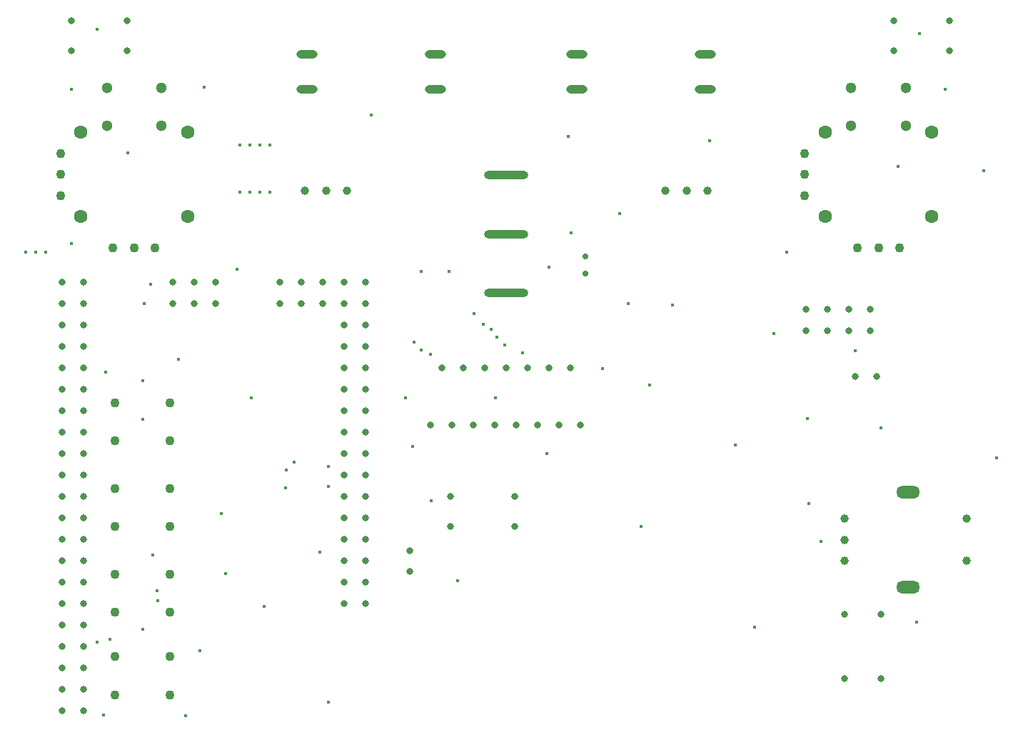
<source format=gbr>
%TF.GenerationSoftware,KiCad,Pcbnew,7.0.8*%
%TF.CreationDate,2023-11-22T02:38:07-05:00*%
%TF.ProjectId,RCTransmitterAecertRobotics,52435472-616e-4736-9d69-747465724165,rev?*%
%TF.SameCoordinates,Original*%
%TF.FileFunction,Plated,1,2,PTH,Mixed*%
%TF.FilePolarity,Positive*%
%FSLAX46Y46*%
G04 Gerber Fmt 4.6, Leading zero omitted, Abs format (unit mm)*
G04 Created by KiCad (PCBNEW 7.0.8) date 2023-11-22 02:38:07*
%MOMM*%
%LPD*%
G01*
G04 APERTURE LIST*
%TA.AperFunction,ViaDrill*%
%ADD10C,0.400000*%
%TD*%
%TA.AperFunction,ComponentDrill*%
%ADD11C,0.700000*%
%TD*%
%TA.AperFunction,ComponentDrill*%
%ADD12C,0.800000*%
%TD*%
%TA.AperFunction,ComponentDrill*%
%ADD13C,1.000000*%
%TD*%
G04 aperture for slot hole*
%TA.AperFunction,ComponentDrill*%
%ADD14O,2.500000X1.000000*%
%TD*%
G04 aperture for slot hole*
%TA.AperFunction,ComponentDrill*%
%ADD15O,5.250000X1.000000*%
%TD*%
%TA.AperFunction,ComponentDrill*%
%ADD16C,1.100000*%
%TD*%
%TA.AperFunction,ComponentDrill*%
%ADD17C,1.300000*%
%TD*%
G04 aperture for slot hole*
%TA.AperFunction,ComponentDrill*%
%ADD18O,2.800000X1.500000*%
%TD*%
%TA.AperFunction,ComponentDrill*%
%ADD19C,1.600000*%
%TD*%
G04 APERTURE END LIST*
D10*
X84010994Y-85344000D03*
X85185497Y-85344000D03*
X86360000Y-85344000D03*
X89408000Y-66040000D03*
X89408000Y-84328000D03*
X92456000Y-58928000D03*
X92456000Y-131572000D03*
X93218000Y-140208000D03*
X93472000Y-99568000D03*
X93974276Y-131266266D03*
X96092572Y-73528443D03*
X97889000Y-100584000D03*
X97889000Y-105156000D03*
X97889000Y-130048000D03*
X98044000Y-91440000D03*
X98806000Y-89154000D03*
X99060000Y-121271285D03*
X99568000Y-125476000D03*
X99597535Y-126650131D03*
X102108000Y-98044000D03*
X102929041Y-140295973D03*
X104648000Y-132588000D03*
X105156000Y-65786000D03*
X107188000Y-116332000D03*
X107696000Y-123444000D03*
X109012500Y-87376000D03*
X109410996Y-78231539D03*
X109411038Y-72654093D03*
X110585497Y-72644000D03*
X110585498Y-78233248D03*
X110744000Y-102616000D03*
X111760000Y-72644000D03*
X111760000Y-78232000D03*
X112268000Y-127329500D03*
X112934503Y-78232000D03*
X112938728Y-72644000D03*
X114808000Y-113284000D03*
X114900688Y-111159312D03*
X115824000Y-110236000D03*
X118872000Y-120904000D03*
X119888000Y-110726888D03*
X119888000Y-113135479D03*
X119888000Y-138684000D03*
X124968000Y-69088000D03*
X129032000Y-102616000D03*
X129820556Y-108337148D03*
X130048000Y-96012000D03*
X130850000Y-87590000D03*
X130872180Y-96945918D03*
X131951976Y-97407976D03*
X132080000Y-114808000D03*
X134199500Y-87590000D03*
X135200919Y-124257127D03*
X137160000Y-92622500D03*
X138251968Y-93870873D03*
X139192000Y-94488000D03*
X139700000Y-102616000D03*
X139809127Y-95428032D03*
X140750331Y-96369500D03*
X142902968Y-97251592D03*
X145796000Y-109220000D03*
X146050000Y-87122000D03*
X148336000Y-71628000D03*
X148634307Y-83013693D03*
X152408340Y-99168500D03*
X154432000Y-80772000D03*
X155448000Y-91440000D03*
X156972000Y-117856000D03*
X157988000Y-101092000D03*
X160689312Y-91601312D03*
X165100000Y-72136000D03*
X168148000Y-108204000D03*
X170434000Y-129794000D03*
X172720000Y-94996000D03*
X174244000Y-85344000D03*
X176691312Y-105063312D03*
X176812349Y-115149500D03*
X178308000Y-119634000D03*
X182372000Y-97028000D03*
X185420000Y-106172000D03*
X187452000Y-75184000D03*
X189594180Y-129195269D03*
X189992000Y-59436000D03*
X193040000Y-66040000D03*
X197612000Y-75692000D03*
X199136000Y-109728000D03*
D11*
%TO.C,JST_Connector1*%
X150368000Y-85852000D03*
X150368000Y-87852000D03*
D12*
%TO.C,Arduino_Mega_Pro1*%
X88265000Y-88900000D03*
X88265000Y-91440000D03*
X88265000Y-93980000D03*
X88265000Y-96520000D03*
X88265000Y-99060000D03*
X88265000Y-101600000D03*
X88265000Y-104140000D03*
X88265000Y-106680000D03*
X88265000Y-109220000D03*
X88265000Y-111760000D03*
X88265000Y-114300000D03*
X88265000Y-116840000D03*
X88265000Y-119380000D03*
X88265000Y-121920000D03*
X88265000Y-124460000D03*
X88265000Y-127000000D03*
X88265000Y-129540000D03*
X88265000Y-132080000D03*
X88265000Y-134620000D03*
X88265000Y-137160000D03*
X88265000Y-139700000D03*
%TO.C,Bumper1*%
X89408000Y-57912000D03*
X89408000Y-61468000D03*
%TO.C,Arduino_Mega_Pro1*%
X90805000Y-88900000D03*
X90805000Y-91440000D03*
X90805000Y-93980000D03*
X90805000Y-96520000D03*
X90805000Y-99060000D03*
X90805000Y-101600000D03*
X90805000Y-104140000D03*
X90805000Y-106680000D03*
X90805000Y-109220000D03*
X90805000Y-111760000D03*
X90805000Y-114300000D03*
X90805000Y-116840000D03*
X90805000Y-119380000D03*
X90805000Y-121920000D03*
X90805000Y-124460000D03*
X90805000Y-127000000D03*
X90805000Y-129540000D03*
X90805000Y-132080000D03*
X90805000Y-134620000D03*
X90805000Y-137160000D03*
X90805000Y-139700000D03*
%TO.C,Bumper2*%
X96012000Y-57912000D03*
X96012000Y-61468000D03*
%TO.C,Arduino_Mega_Pro1*%
X101400000Y-88900000D03*
X101400000Y-91440000D03*
X103940000Y-88900000D03*
X103940000Y-91440000D03*
X106480000Y-88900000D03*
X106480000Y-91440000D03*
X114100000Y-88900000D03*
X114100000Y-91440000D03*
X116640000Y-88900000D03*
X116640000Y-91440000D03*
X119180000Y-88900000D03*
X119180000Y-91440000D03*
X121720000Y-88900000D03*
X121720000Y-91440000D03*
X121720000Y-93980000D03*
X121720000Y-96520000D03*
X121720000Y-99060000D03*
X121720000Y-101600000D03*
X121720000Y-104140000D03*
X121720000Y-106680000D03*
X121720000Y-109220000D03*
X121720000Y-111760000D03*
X121720000Y-114300000D03*
X121720000Y-116840000D03*
X121720000Y-119380000D03*
X121720000Y-121920000D03*
X121720000Y-124460000D03*
X121720000Y-127000000D03*
X124260000Y-88900000D03*
X124260000Y-91440000D03*
X124260000Y-93980000D03*
X124260000Y-96520000D03*
X124260000Y-99060000D03*
X124260000Y-101600000D03*
X124260000Y-104140000D03*
X124260000Y-106680000D03*
X124260000Y-109220000D03*
X124260000Y-111760000D03*
X124260000Y-114300000D03*
X124260000Y-116840000D03*
X124260000Y-119380000D03*
X124260000Y-121920000D03*
X124260000Y-124460000D03*
X124260000Y-127000000D03*
%TO.C,C2*%
X129540000Y-120714888D03*
X129540000Y-123214888D03*
%TO.C,Gyroscope1*%
X132009454Y-105816523D03*
%TO.C,OLED_LCD_Display1*%
X133350000Y-99060000D03*
%TO.C,R1*%
X134366000Y-114300000D03*
%TO.C,R2*%
X134366000Y-117856000D03*
%TO.C,Gyroscope1*%
X134549454Y-105816523D03*
%TO.C,OLED_LCD_Display1*%
X135890000Y-99060000D03*
%TO.C,Gyroscope1*%
X137089454Y-105816523D03*
%TO.C,OLED_LCD_Display1*%
X138430000Y-99060000D03*
%TO.C,Gyroscope1*%
X139629454Y-105816523D03*
%TO.C,OLED_LCD_Display1*%
X140970000Y-99060000D03*
%TO.C,R1*%
X141986000Y-114300000D03*
%TO.C,R2*%
X141986000Y-117856000D03*
%TO.C,Gyroscope1*%
X142169454Y-105816523D03*
%TO.C,OLED_LCD_Display1*%
X143510000Y-99060000D03*
%TO.C,Gyroscope1*%
X144709454Y-105816523D03*
%TO.C,OLED_LCD_Display1*%
X146050000Y-99060000D03*
%TO.C,Gyroscope1*%
X147249454Y-105816523D03*
%TO.C,OLED_LCD_Display1*%
X148590000Y-99060000D03*
%TO.C,Gyroscope1*%
X149789454Y-105816523D03*
%TO.C,NRF24*%
X176530000Y-92075000D03*
X176530000Y-94615000D03*
X179070000Y-92075000D03*
X179070000Y-94615000D03*
%TO.C,R4*%
X181102000Y-128270000D03*
X181102000Y-135890000D03*
%TO.C,NRF24*%
X181610000Y-92075000D03*
X181610000Y-94615000D03*
%TO.C,C1*%
X182372000Y-100076000D03*
%TO.C,NRF24*%
X184150000Y-92075000D03*
X184150000Y-94615000D03*
%TO.C,C1*%
X184872000Y-100076000D03*
%TO.C,R3*%
X185420000Y-128270000D03*
X185420000Y-135890000D03*
%TO.C,Bumper3*%
X186944000Y-57912000D03*
X186944000Y-61468000D03*
%TO.C,Bumper4*%
X193548000Y-57912000D03*
X193548000Y-61468000D03*
D13*
%TO.C,Pot1*%
X117100000Y-78090000D03*
D14*
%TO.C,Toggle1*%
X117348000Y-61872000D03*
X117348000Y-66072000D03*
D13*
%TO.C,Pot1*%
X119600000Y-78090000D03*
X122100000Y-78090000D03*
D14*
%TO.C,Toggle2*%
X132588000Y-61872000D03*
X132588000Y-66072000D03*
D15*
%TO.C,PowerSwitch1*%
X140970000Y-76200000D03*
X140970000Y-83200000D03*
X140970000Y-90200000D03*
D14*
%TO.C,Toggle3*%
X149352000Y-61872000D03*
X149352000Y-66072000D03*
D13*
%TO.C,Pot2*%
X159840000Y-78090000D03*
X162340000Y-78090000D03*
D14*
%TO.C,Toggle4*%
X164592000Y-61872000D03*
X164592000Y-66072000D03*
D13*
%TO.C,Pot2*%
X164840000Y-78090000D03*
%TO.C,Rotary_Encoder1*%
X181080000Y-116920000D03*
X181080000Y-119420000D03*
X181080000Y-121920000D03*
X195580000Y-116920000D03*
X195580000Y-121920000D03*
D16*
%TO.C,Joystick1*%
X88105000Y-73620000D03*
X88105000Y-76120000D03*
X88105000Y-78620000D03*
X94335000Y-84850000D03*
%TO.C,Button1*%
X94540000Y-103160000D03*
X94540000Y-107660000D03*
%TO.C,Button2*%
X94540000Y-113320000D03*
X94540000Y-117820000D03*
%TO.C,Button3*%
X94540000Y-123480000D03*
X94540000Y-127980000D03*
%TO.C,Button4*%
X94540000Y-133300000D03*
X94540000Y-137800000D03*
%TO.C,Joystick1*%
X96835000Y-84850000D03*
X99335000Y-84850000D03*
%TO.C,Button1*%
X101040000Y-103160000D03*
X101040000Y-107660000D03*
%TO.C,Button2*%
X101040000Y-113320000D03*
X101040000Y-117820000D03*
%TO.C,Button3*%
X101040000Y-123480000D03*
X101040000Y-127980000D03*
%TO.C,Button4*%
X101040000Y-133300000D03*
X101040000Y-137800000D03*
%TO.C,Joystick2*%
X176375000Y-73620000D03*
X176375000Y-76120000D03*
X176375000Y-78620000D03*
X182605000Y-84850000D03*
X185105000Y-84850000D03*
X187605000Y-84850000D03*
D17*
%TO.C,Joystick1*%
X93585000Y-65870000D03*
X93585000Y-70370000D03*
X100085000Y-65870000D03*
X100085000Y-70370000D03*
%TO.C,Joystick2*%
X181855000Y-65870000D03*
X181855000Y-70370000D03*
X188355000Y-65870000D03*
X188355000Y-70370000D03*
D18*
%TO.C,Rotary_Encoder1*%
X188580000Y-113820000D03*
X188580000Y-125020000D03*
D19*
%TO.C,Joystick1*%
X90510000Y-71120000D03*
X90510000Y-81120000D03*
X103160000Y-71120000D03*
X103160000Y-81120000D03*
%TO.C,Joystick2*%
X178780000Y-71120000D03*
X178780000Y-81120000D03*
X191430000Y-71120000D03*
X191430000Y-81120000D03*
M02*

</source>
